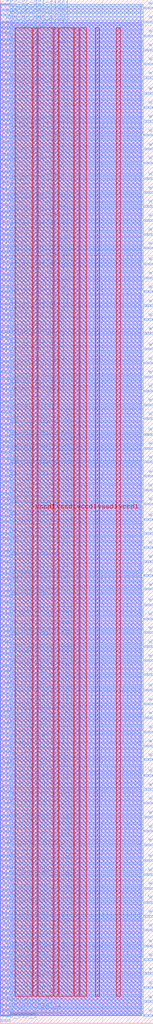
<source format=lef>
VERSION 5.7 ;
  NOWIREEXTENSIONATPIN ON ;
  DIVIDERCHAR "/" ;
  BUSBITCHARS "[]" ;
MACRO wb_ram_bus_mux
  CLASS BLOCK ;
  FOREIGN wb_ram_bus_mux ;
  ORIGIN 0.000 0.000 ;
  SIZE 60.000 BY 400.000 ;
  PIN vccd1
    DIRECTION INPUT ;
    USE POWER ;
    PORT
      LAYER met4 ;
        RECT 12.875 10.640 14.475 389.200 ;
    END
    PORT
      LAYER met4 ;
        RECT 29.195 10.640 30.795 389.200 ;
    END
    PORT
      LAYER met4 ;
        RECT 45.515 10.640 47.115 389.200 ;
    END
  END vccd1
  PIN vssd1
    DIRECTION INPUT ;
    USE GROUND ;
    PORT
      LAYER met4 ;
        RECT 21.035 10.640 22.635 389.200 ;
    END
    PORT
      LAYER met4 ;
        RECT 37.355 10.640 38.955 389.200 ;
    END
  END vssd1
  PIN wb_clk_i
    DIRECTION INPUT ;
    USE SIGNAL ;
    PORT
      LAYER met3 ;
        RECT 0.000 0.720 4.000 1.320 ;
    END
  END wb_clk_i
  PIN wb_rst_i
    DIRECTION INPUT ;
    USE SIGNAL ;
    PORT
      LAYER met3 ;
        RECT 0.000 2.760 4.000 3.360 ;
    END
  END wb_rst_i
  PIN wbs_hr_ack_i
    DIRECTION INPUT ;
    USE SIGNAL ;
    PORT
      LAYER met3 ;
        RECT 56.000 219.000 60.000 219.600 ;
    END
  END wbs_hr_ack_i
  PIN wbs_hr_cyc_o
    DIRECTION OUTPUT TRISTATE ;
    USE SIGNAL ;
    PORT
      LAYER met3 ;
        RECT 56.000 8.200 60.000 8.800 ;
    END
  END wbs_hr_cyc_o
  PIN wbs_hr_dat_i[0]
    DIRECTION INPUT ;
    USE SIGNAL ;
    PORT
      LAYER met3 ;
        RECT 56.000 224.440 60.000 225.040 ;
    END
  END wbs_hr_dat_i[0]
  PIN wbs_hr_dat_i[10]
    DIRECTION INPUT ;
    USE SIGNAL ;
    PORT
      LAYER met3 ;
        RECT 56.000 280.200 60.000 280.800 ;
    END
  END wbs_hr_dat_i[10]
  PIN wbs_hr_dat_i[11]
    DIRECTION INPUT ;
    USE SIGNAL ;
    PORT
      LAYER met3 ;
        RECT 56.000 285.640 60.000 286.240 ;
    END
  END wbs_hr_dat_i[11]
  PIN wbs_hr_dat_i[12]
    DIRECTION INPUT ;
    USE SIGNAL ;
    PORT
      LAYER met3 ;
        RECT 56.000 291.080 60.000 291.680 ;
    END
  END wbs_hr_dat_i[12]
  PIN wbs_hr_dat_i[13]
    DIRECTION INPUT ;
    USE SIGNAL ;
    PORT
      LAYER met3 ;
        RECT 56.000 296.520 60.000 297.120 ;
    END
  END wbs_hr_dat_i[13]
  PIN wbs_hr_dat_i[14]
    DIRECTION INPUT ;
    USE SIGNAL ;
    PORT
      LAYER met3 ;
        RECT 56.000 302.640 60.000 303.240 ;
    END
  END wbs_hr_dat_i[14]
  PIN wbs_hr_dat_i[15]
    DIRECTION INPUT ;
    USE SIGNAL ;
    PORT
      LAYER met3 ;
        RECT 56.000 308.080 60.000 308.680 ;
    END
  END wbs_hr_dat_i[15]
  PIN wbs_hr_dat_i[16]
    DIRECTION INPUT ;
    USE SIGNAL ;
    PORT
      LAYER met3 ;
        RECT 56.000 313.520 60.000 314.120 ;
    END
  END wbs_hr_dat_i[16]
  PIN wbs_hr_dat_i[17]
    DIRECTION INPUT ;
    USE SIGNAL ;
    PORT
      LAYER met3 ;
        RECT 56.000 318.960 60.000 319.560 ;
    END
  END wbs_hr_dat_i[17]
  PIN wbs_hr_dat_i[18]
    DIRECTION INPUT ;
    USE SIGNAL ;
    PORT
      LAYER met3 ;
        RECT 56.000 324.400 60.000 325.000 ;
    END
  END wbs_hr_dat_i[18]
  PIN wbs_hr_dat_i[19]
    DIRECTION INPUT ;
    USE SIGNAL ;
    PORT
      LAYER met3 ;
        RECT 56.000 329.840 60.000 330.440 ;
    END
  END wbs_hr_dat_i[19]
  PIN wbs_hr_dat_i[1]
    DIRECTION INPUT ;
    USE SIGNAL ;
    PORT
      LAYER met3 ;
        RECT 56.000 229.880 60.000 230.480 ;
    END
  END wbs_hr_dat_i[1]
  PIN wbs_hr_dat_i[20]
    DIRECTION INPUT ;
    USE SIGNAL ;
    PORT
      LAYER met3 ;
        RECT 56.000 335.960 60.000 336.560 ;
    END
  END wbs_hr_dat_i[20]
  PIN wbs_hr_dat_i[21]
    DIRECTION INPUT ;
    USE SIGNAL ;
    PORT
      LAYER met3 ;
        RECT 56.000 341.400 60.000 342.000 ;
    END
  END wbs_hr_dat_i[21]
  PIN wbs_hr_dat_i[22]
    DIRECTION INPUT ;
    USE SIGNAL ;
    PORT
      LAYER met3 ;
        RECT 56.000 346.840 60.000 347.440 ;
    END
  END wbs_hr_dat_i[22]
  PIN wbs_hr_dat_i[23]
    DIRECTION INPUT ;
    USE SIGNAL ;
    PORT
      LAYER met3 ;
        RECT 56.000 352.280 60.000 352.880 ;
    END
  END wbs_hr_dat_i[23]
  PIN wbs_hr_dat_i[24]
    DIRECTION INPUT ;
    USE SIGNAL ;
    PORT
      LAYER met3 ;
        RECT 56.000 357.720 60.000 358.320 ;
    END
  END wbs_hr_dat_i[24]
  PIN wbs_hr_dat_i[25]
    DIRECTION INPUT ;
    USE SIGNAL ;
    PORT
      LAYER met3 ;
        RECT 56.000 363.160 60.000 363.760 ;
    END
  END wbs_hr_dat_i[25]
  PIN wbs_hr_dat_i[26]
    DIRECTION INPUT ;
    USE SIGNAL ;
    PORT
      LAYER met3 ;
        RECT 56.000 369.280 60.000 369.880 ;
    END
  END wbs_hr_dat_i[26]
  PIN wbs_hr_dat_i[27]
    DIRECTION INPUT ;
    USE SIGNAL ;
    PORT
      LAYER met3 ;
        RECT 56.000 374.720 60.000 375.320 ;
    END
  END wbs_hr_dat_i[27]
  PIN wbs_hr_dat_i[28]
    DIRECTION INPUT ;
    USE SIGNAL ;
    PORT
      LAYER met3 ;
        RECT 56.000 380.160 60.000 380.760 ;
    END
  END wbs_hr_dat_i[28]
  PIN wbs_hr_dat_i[29]
    DIRECTION INPUT ;
    USE SIGNAL ;
    PORT
      LAYER met3 ;
        RECT 56.000 385.600 60.000 386.200 ;
    END
  END wbs_hr_dat_i[29]
  PIN wbs_hr_dat_i[2]
    DIRECTION INPUT ;
    USE SIGNAL ;
    PORT
      LAYER met3 ;
        RECT 56.000 236.000 60.000 236.600 ;
    END
  END wbs_hr_dat_i[2]
  PIN wbs_hr_dat_i[30]
    DIRECTION INPUT ;
    USE SIGNAL ;
    PORT
      LAYER met3 ;
        RECT 56.000 391.040 60.000 391.640 ;
    END
  END wbs_hr_dat_i[30]
  PIN wbs_hr_dat_i[31]
    DIRECTION INPUT ;
    USE SIGNAL ;
    PORT
      LAYER met3 ;
        RECT 56.000 396.480 60.000 397.080 ;
    END
  END wbs_hr_dat_i[31]
  PIN wbs_hr_dat_i[3]
    DIRECTION INPUT ;
    USE SIGNAL ;
    PORT
      LAYER met3 ;
        RECT 56.000 241.440 60.000 242.040 ;
    END
  END wbs_hr_dat_i[3]
  PIN wbs_hr_dat_i[4]
    DIRECTION INPUT ;
    USE SIGNAL ;
    PORT
      LAYER met3 ;
        RECT 56.000 246.880 60.000 247.480 ;
    END
  END wbs_hr_dat_i[4]
  PIN wbs_hr_dat_i[5]
    DIRECTION INPUT ;
    USE SIGNAL ;
    PORT
      LAYER met3 ;
        RECT 56.000 252.320 60.000 252.920 ;
    END
  END wbs_hr_dat_i[5]
  PIN wbs_hr_dat_i[6]
    DIRECTION INPUT ;
    USE SIGNAL ;
    PORT
      LAYER met3 ;
        RECT 56.000 257.760 60.000 258.360 ;
    END
  END wbs_hr_dat_i[6]
  PIN wbs_hr_dat_i[7]
    DIRECTION INPUT ;
    USE SIGNAL ;
    PORT
      LAYER met3 ;
        RECT 56.000 263.200 60.000 263.800 ;
    END
  END wbs_hr_dat_i[7]
  PIN wbs_hr_dat_i[8]
    DIRECTION INPUT ;
    USE SIGNAL ;
    PORT
      LAYER met3 ;
        RECT 56.000 269.320 60.000 269.920 ;
    END
  END wbs_hr_dat_i[8]
  PIN wbs_hr_dat_i[9]
    DIRECTION INPUT ;
    USE SIGNAL ;
    PORT
      LAYER met3 ;
        RECT 56.000 274.760 60.000 275.360 ;
    END
  END wbs_hr_dat_i[9]
  PIN wbs_hr_dat_o[0]
    DIRECTION OUTPUT TRISTATE ;
    USE SIGNAL ;
    PORT
      LAYER met3 ;
        RECT 56.000 41.520 60.000 42.120 ;
    END
  END wbs_hr_dat_o[0]
  PIN wbs_hr_dat_o[10]
    DIRECTION OUTPUT TRISTATE ;
    USE SIGNAL ;
    PORT
      LAYER met3 ;
        RECT 56.000 96.600 60.000 97.200 ;
    END
  END wbs_hr_dat_o[10]
  PIN wbs_hr_dat_o[11]
    DIRECTION OUTPUT TRISTATE ;
    USE SIGNAL ;
    PORT
      LAYER met3 ;
        RECT 56.000 102.720 60.000 103.320 ;
    END
  END wbs_hr_dat_o[11]
  PIN wbs_hr_dat_o[12]
    DIRECTION OUTPUT TRISTATE ;
    USE SIGNAL ;
    PORT
      LAYER met3 ;
        RECT 56.000 108.160 60.000 108.760 ;
    END
  END wbs_hr_dat_o[12]
  PIN wbs_hr_dat_o[13]
    DIRECTION OUTPUT TRISTATE ;
    USE SIGNAL ;
    PORT
      LAYER met3 ;
        RECT 56.000 113.600 60.000 114.200 ;
    END
  END wbs_hr_dat_o[13]
  PIN wbs_hr_dat_o[14]
    DIRECTION OUTPUT TRISTATE ;
    USE SIGNAL ;
    PORT
      LAYER met3 ;
        RECT 56.000 119.040 60.000 119.640 ;
    END
  END wbs_hr_dat_o[14]
  PIN wbs_hr_dat_o[15]
    DIRECTION OUTPUT TRISTATE ;
    USE SIGNAL ;
    PORT
      LAYER met3 ;
        RECT 56.000 124.480 60.000 125.080 ;
    END
  END wbs_hr_dat_o[15]
  PIN wbs_hr_dat_o[16]
    DIRECTION OUTPUT TRISTATE ;
    USE SIGNAL ;
    PORT
      LAYER met3 ;
        RECT 56.000 129.920 60.000 130.520 ;
    END
  END wbs_hr_dat_o[16]
  PIN wbs_hr_dat_o[17]
    DIRECTION OUTPUT TRISTATE ;
    USE SIGNAL ;
    PORT
      LAYER met3 ;
        RECT 56.000 136.040 60.000 136.640 ;
    END
  END wbs_hr_dat_o[17]
  PIN wbs_hr_dat_o[18]
    DIRECTION OUTPUT TRISTATE ;
    USE SIGNAL ;
    PORT
      LAYER met3 ;
        RECT 56.000 141.480 60.000 142.080 ;
    END
  END wbs_hr_dat_o[18]
  PIN wbs_hr_dat_o[19]
    DIRECTION OUTPUT TRISTATE ;
    USE SIGNAL ;
    PORT
      LAYER met3 ;
        RECT 56.000 146.920 60.000 147.520 ;
    END
  END wbs_hr_dat_o[19]
  PIN wbs_hr_dat_o[1]
    DIRECTION OUTPUT TRISTATE ;
    USE SIGNAL ;
    PORT
      LAYER met3 ;
        RECT 56.000 46.960 60.000 47.560 ;
    END
  END wbs_hr_dat_o[1]
  PIN wbs_hr_dat_o[20]
    DIRECTION OUTPUT TRISTATE ;
    USE SIGNAL ;
    PORT
      LAYER met3 ;
        RECT 56.000 152.360 60.000 152.960 ;
    END
  END wbs_hr_dat_o[20]
  PIN wbs_hr_dat_o[21]
    DIRECTION OUTPUT TRISTATE ;
    USE SIGNAL ;
    PORT
      LAYER met3 ;
        RECT 56.000 157.800 60.000 158.400 ;
    END
  END wbs_hr_dat_o[21]
  PIN wbs_hr_dat_o[22]
    DIRECTION OUTPUT TRISTATE ;
    USE SIGNAL ;
    PORT
      LAYER met3 ;
        RECT 56.000 163.240 60.000 163.840 ;
    END
  END wbs_hr_dat_o[22]
  PIN wbs_hr_dat_o[23]
    DIRECTION OUTPUT TRISTATE ;
    USE SIGNAL ;
    PORT
      LAYER met3 ;
        RECT 56.000 169.360 60.000 169.960 ;
    END
  END wbs_hr_dat_o[23]
  PIN wbs_hr_dat_o[24]
    DIRECTION OUTPUT TRISTATE ;
    USE SIGNAL ;
    PORT
      LAYER met3 ;
        RECT 56.000 174.800 60.000 175.400 ;
    END
  END wbs_hr_dat_o[24]
  PIN wbs_hr_dat_o[25]
    DIRECTION OUTPUT TRISTATE ;
    USE SIGNAL ;
    PORT
      LAYER met3 ;
        RECT 56.000 180.240 60.000 180.840 ;
    END
  END wbs_hr_dat_o[25]
  PIN wbs_hr_dat_o[26]
    DIRECTION OUTPUT TRISTATE ;
    USE SIGNAL ;
    PORT
      LAYER met3 ;
        RECT 56.000 185.680 60.000 186.280 ;
    END
  END wbs_hr_dat_o[26]
  PIN wbs_hr_dat_o[27]
    DIRECTION OUTPUT TRISTATE ;
    USE SIGNAL ;
    PORT
      LAYER met3 ;
        RECT 56.000 191.120 60.000 191.720 ;
    END
  END wbs_hr_dat_o[27]
  PIN wbs_hr_dat_o[28]
    DIRECTION OUTPUT TRISTATE ;
    USE SIGNAL ;
    PORT
      LAYER met3 ;
        RECT 56.000 196.560 60.000 197.160 ;
    END
  END wbs_hr_dat_o[28]
  PIN wbs_hr_dat_o[29]
    DIRECTION OUTPUT TRISTATE ;
    USE SIGNAL ;
    PORT
      LAYER met3 ;
        RECT 56.000 202.680 60.000 203.280 ;
    END
  END wbs_hr_dat_o[29]
  PIN wbs_hr_dat_o[2]
    DIRECTION OUTPUT TRISTATE ;
    USE SIGNAL ;
    PORT
      LAYER met3 ;
        RECT 56.000 52.400 60.000 53.000 ;
    END
  END wbs_hr_dat_o[2]
  PIN wbs_hr_dat_o[30]
    DIRECTION OUTPUT TRISTATE ;
    USE SIGNAL ;
    PORT
      LAYER met3 ;
        RECT 56.000 208.120 60.000 208.720 ;
    END
  END wbs_hr_dat_o[30]
  PIN wbs_hr_dat_o[31]
    DIRECTION OUTPUT TRISTATE ;
    USE SIGNAL ;
    PORT
      LAYER met3 ;
        RECT 56.000 213.560 60.000 214.160 ;
    END
  END wbs_hr_dat_o[31]
  PIN wbs_hr_dat_o[3]
    DIRECTION OUTPUT TRISTATE ;
    USE SIGNAL ;
    PORT
      LAYER met3 ;
        RECT 56.000 57.840 60.000 58.440 ;
    END
  END wbs_hr_dat_o[3]
  PIN wbs_hr_dat_o[4]
    DIRECTION OUTPUT TRISTATE ;
    USE SIGNAL ;
    PORT
      LAYER met3 ;
        RECT 56.000 63.280 60.000 63.880 ;
    END
  END wbs_hr_dat_o[4]
  PIN wbs_hr_dat_o[5]
    DIRECTION OUTPUT TRISTATE ;
    USE SIGNAL ;
    PORT
      LAYER met3 ;
        RECT 56.000 69.400 60.000 70.000 ;
    END
  END wbs_hr_dat_o[5]
  PIN wbs_hr_dat_o[6]
    DIRECTION OUTPUT TRISTATE ;
    USE SIGNAL ;
    PORT
      LAYER met3 ;
        RECT 56.000 74.840 60.000 75.440 ;
    END
  END wbs_hr_dat_o[6]
  PIN wbs_hr_dat_o[7]
    DIRECTION OUTPUT TRISTATE ;
    USE SIGNAL ;
    PORT
      LAYER met3 ;
        RECT 56.000 80.280 60.000 80.880 ;
    END
  END wbs_hr_dat_o[7]
  PIN wbs_hr_dat_o[8]
    DIRECTION OUTPUT TRISTATE ;
    USE SIGNAL ;
    PORT
      LAYER met3 ;
        RECT 56.000 85.720 60.000 86.320 ;
    END
  END wbs_hr_dat_o[8]
  PIN wbs_hr_dat_o[9]
    DIRECTION OUTPUT TRISTATE ;
    USE SIGNAL ;
    PORT
      LAYER met3 ;
        RECT 56.000 91.160 60.000 91.760 ;
    END
  END wbs_hr_dat_o[9]
  PIN wbs_hr_sel_o[0]
    DIRECTION OUTPUT TRISTATE ;
    USE SIGNAL ;
    PORT
      LAYER met3 ;
        RECT 56.000 19.080 60.000 19.680 ;
    END
  END wbs_hr_sel_o[0]
  PIN wbs_hr_sel_o[1]
    DIRECTION OUTPUT TRISTATE ;
    USE SIGNAL ;
    PORT
      LAYER met3 ;
        RECT 56.000 24.520 60.000 25.120 ;
    END
  END wbs_hr_sel_o[1]
  PIN wbs_hr_sel_o[2]
    DIRECTION OUTPUT TRISTATE ;
    USE SIGNAL ;
    PORT
      LAYER met3 ;
        RECT 56.000 29.960 60.000 30.560 ;
    END
  END wbs_hr_sel_o[2]
  PIN wbs_hr_sel_o[3]
    DIRECTION OUTPUT TRISTATE ;
    USE SIGNAL ;
    PORT
      LAYER met3 ;
        RECT 56.000 36.080 60.000 36.680 ;
    END
  END wbs_hr_sel_o[3]
  PIN wbs_hr_stb_o
    DIRECTION OUTPUT TRISTATE ;
    USE SIGNAL ;
    PORT
      LAYER met3 ;
        RECT 56.000 2.760 60.000 3.360 ;
    END
  END wbs_hr_stb_o
  PIN wbs_hr_we_o
    DIRECTION OUTPUT TRISTATE ;
    USE SIGNAL ;
    PORT
      LAYER met3 ;
        RECT 56.000 13.640 60.000 14.240 ;
    END
  END wbs_hr_we_o
  PIN wbs_or_ack_i
    DIRECTION INPUT ;
    USE SIGNAL ;
    PORT
      LAYER met3 ;
        RECT 0.000 325.760 4.000 326.360 ;
    END
  END wbs_or_ack_i
  PIN wbs_or_cyc_o
    DIRECTION OUTPUT TRISTATE ;
    USE SIGNAL ;
    PORT
      LAYER met3 ;
        RECT 0.000 240.760 4.000 241.360 ;
    END
  END wbs_or_cyc_o
  PIN wbs_or_dat_i[0]
    DIRECTION INPUT ;
    USE SIGNAL ;
    PORT
      LAYER met3 ;
        RECT 0.000 328.480 4.000 329.080 ;
    END
  END wbs_or_dat_i[0]
  PIN wbs_or_dat_i[10]
    DIRECTION INPUT ;
    USE SIGNAL ;
    PORT
      LAYER met3 ;
        RECT 0.000 350.920 4.000 351.520 ;
    END
  END wbs_or_dat_i[10]
  PIN wbs_or_dat_i[11]
    DIRECTION INPUT ;
    USE SIGNAL ;
    PORT
      LAYER met3 ;
        RECT 0.000 352.960 4.000 353.560 ;
    END
  END wbs_or_dat_i[11]
  PIN wbs_or_dat_i[12]
    DIRECTION INPUT ;
    USE SIGNAL ;
    PORT
      LAYER met3 ;
        RECT 0.000 355.000 4.000 355.600 ;
    END
  END wbs_or_dat_i[12]
  PIN wbs_or_dat_i[13]
    DIRECTION INPUT ;
    USE SIGNAL ;
    PORT
      LAYER met3 ;
        RECT 0.000 357.720 4.000 358.320 ;
    END
  END wbs_or_dat_i[13]
  PIN wbs_or_dat_i[14]
    DIRECTION INPUT ;
    USE SIGNAL ;
    PORT
      LAYER met3 ;
        RECT 0.000 359.760 4.000 360.360 ;
    END
  END wbs_or_dat_i[14]
  PIN wbs_or_dat_i[15]
    DIRECTION INPUT ;
    USE SIGNAL ;
    PORT
      LAYER met3 ;
        RECT 0.000 361.800 4.000 362.400 ;
    END
  END wbs_or_dat_i[15]
  PIN wbs_or_dat_i[16]
    DIRECTION INPUT ;
    USE SIGNAL ;
    PORT
      LAYER met3 ;
        RECT 0.000 364.520 4.000 365.120 ;
    END
  END wbs_or_dat_i[16]
  PIN wbs_or_dat_i[17]
    DIRECTION INPUT ;
    USE SIGNAL ;
    PORT
      LAYER met3 ;
        RECT 0.000 366.560 4.000 367.160 ;
    END
  END wbs_or_dat_i[17]
  PIN wbs_or_dat_i[18]
    DIRECTION INPUT ;
    USE SIGNAL ;
    PORT
      LAYER met3 ;
        RECT 0.000 368.600 4.000 369.200 ;
    END
  END wbs_or_dat_i[18]
  PIN wbs_or_dat_i[19]
    DIRECTION INPUT ;
    USE SIGNAL ;
    PORT
      LAYER met3 ;
        RECT 0.000 371.320 4.000 371.920 ;
    END
  END wbs_or_dat_i[19]
  PIN wbs_or_dat_i[1]
    DIRECTION INPUT ;
    USE SIGNAL ;
    PORT
      LAYER met3 ;
        RECT 0.000 330.520 4.000 331.120 ;
    END
  END wbs_or_dat_i[1]
  PIN wbs_or_dat_i[20]
    DIRECTION INPUT ;
    USE SIGNAL ;
    PORT
      LAYER met3 ;
        RECT 0.000 373.360 4.000 373.960 ;
    END
  END wbs_or_dat_i[20]
  PIN wbs_or_dat_i[21]
    DIRECTION INPUT ;
    USE SIGNAL ;
    PORT
      LAYER met3 ;
        RECT 0.000 375.400 4.000 376.000 ;
    END
  END wbs_or_dat_i[21]
  PIN wbs_or_dat_i[22]
    DIRECTION INPUT ;
    USE SIGNAL ;
    PORT
      LAYER met3 ;
        RECT 0.000 377.440 4.000 378.040 ;
    END
  END wbs_or_dat_i[22]
  PIN wbs_or_dat_i[23]
    DIRECTION INPUT ;
    USE SIGNAL ;
    PORT
      LAYER met3 ;
        RECT 0.000 380.160 4.000 380.760 ;
    END
  END wbs_or_dat_i[23]
  PIN wbs_or_dat_i[24]
    DIRECTION INPUT ;
    USE SIGNAL ;
    PORT
      LAYER met3 ;
        RECT 0.000 382.200 4.000 382.800 ;
    END
  END wbs_or_dat_i[24]
  PIN wbs_or_dat_i[25]
    DIRECTION INPUT ;
    USE SIGNAL ;
    PORT
      LAYER met3 ;
        RECT 0.000 384.240 4.000 384.840 ;
    END
  END wbs_or_dat_i[25]
  PIN wbs_or_dat_i[26]
    DIRECTION INPUT ;
    USE SIGNAL ;
    PORT
      LAYER met3 ;
        RECT 0.000 386.960 4.000 387.560 ;
    END
  END wbs_or_dat_i[26]
  PIN wbs_or_dat_i[27]
    DIRECTION INPUT ;
    USE SIGNAL ;
    PORT
      LAYER met3 ;
        RECT 0.000 389.000 4.000 389.600 ;
    END
  END wbs_or_dat_i[27]
  PIN wbs_or_dat_i[28]
    DIRECTION INPUT ;
    USE SIGNAL ;
    PORT
      LAYER met3 ;
        RECT 0.000 391.040 4.000 391.640 ;
    END
  END wbs_or_dat_i[28]
  PIN wbs_or_dat_i[29]
    DIRECTION INPUT ;
    USE SIGNAL ;
    PORT
      LAYER met3 ;
        RECT 0.000 393.760 4.000 394.360 ;
    END
  END wbs_or_dat_i[29]
  PIN wbs_or_dat_i[2]
    DIRECTION INPUT ;
    USE SIGNAL ;
    PORT
      LAYER met3 ;
        RECT 0.000 332.560 4.000 333.160 ;
    END
  END wbs_or_dat_i[2]
  PIN wbs_or_dat_i[30]
    DIRECTION INPUT ;
    USE SIGNAL ;
    PORT
      LAYER met3 ;
        RECT 0.000 395.800 4.000 396.400 ;
    END
  END wbs_or_dat_i[30]
  PIN wbs_or_dat_i[31]
    DIRECTION INPUT ;
    USE SIGNAL ;
    PORT
      LAYER met3 ;
        RECT 0.000 397.840 4.000 398.440 ;
    END
  END wbs_or_dat_i[31]
  PIN wbs_or_dat_i[3]
    DIRECTION INPUT ;
    USE SIGNAL ;
    PORT
      LAYER met3 ;
        RECT 0.000 335.280 4.000 335.880 ;
    END
  END wbs_or_dat_i[3]
  PIN wbs_or_dat_i[4]
    DIRECTION INPUT ;
    USE SIGNAL ;
    PORT
      LAYER met3 ;
        RECT 0.000 337.320 4.000 337.920 ;
    END
  END wbs_or_dat_i[4]
  PIN wbs_or_dat_i[5]
    DIRECTION INPUT ;
    USE SIGNAL ;
    PORT
      LAYER met3 ;
        RECT 0.000 339.360 4.000 339.960 ;
    END
  END wbs_or_dat_i[5]
  PIN wbs_or_dat_i[6]
    DIRECTION INPUT ;
    USE SIGNAL ;
    PORT
      LAYER met3 ;
        RECT 0.000 342.080 4.000 342.680 ;
    END
  END wbs_or_dat_i[6]
  PIN wbs_or_dat_i[7]
    DIRECTION INPUT ;
    USE SIGNAL ;
    PORT
      LAYER met3 ;
        RECT 0.000 344.120 4.000 344.720 ;
    END
  END wbs_or_dat_i[7]
  PIN wbs_or_dat_i[8]
    DIRECTION INPUT ;
    USE SIGNAL ;
    PORT
      LAYER met3 ;
        RECT 0.000 346.160 4.000 346.760 ;
    END
  END wbs_or_dat_i[8]
  PIN wbs_or_dat_i[9]
    DIRECTION INPUT ;
    USE SIGNAL ;
    PORT
      LAYER met3 ;
        RECT 0.000 348.880 4.000 349.480 ;
    END
  END wbs_or_dat_i[9]
  PIN wbs_or_dat_o[0]
    DIRECTION OUTPUT TRISTATE ;
    USE SIGNAL ;
    PORT
      LAYER met3 ;
        RECT 0.000 254.360 4.000 254.960 ;
    END
  END wbs_or_dat_o[0]
  PIN wbs_or_dat_o[10]
    DIRECTION OUTPUT TRISTATE ;
    USE SIGNAL ;
    PORT
      LAYER met3 ;
        RECT 0.000 276.800 4.000 277.400 ;
    END
  END wbs_or_dat_o[10]
  PIN wbs_or_dat_o[11]
    DIRECTION OUTPUT TRISTATE ;
    USE SIGNAL ;
    PORT
      LAYER met3 ;
        RECT 0.000 278.840 4.000 279.440 ;
    END
  END wbs_or_dat_o[11]
  PIN wbs_or_dat_o[12]
    DIRECTION OUTPUT TRISTATE ;
    USE SIGNAL ;
    PORT
      LAYER met3 ;
        RECT 0.000 280.880 4.000 281.480 ;
    END
  END wbs_or_dat_o[12]
  PIN wbs_or_dat_o[13]
    DIRECTION OUTPUT TRISTATE ;
    USE SIGNAL ;
    PORT
      LAYER met3 ;
        RECT 0.000 283.600 4.000 284.200 ;
    END
  END wbs_or_dat_o[13]
  PIN wbs_or_dat_o[14]
    DIRECTION OUTPUT TRISTATE ;
    USE SIGNAL ;
    PORT
      LAYER met3 ;
        RECT 0.000 285.640 4.000 286.240 ;
    END
  END wbs_or_dat_o[14]
  PIN wbs_or_dat_o[15]
    DIRECTION OUTPUT TRISTATE ;
    USE SIGNAL ;
    PORT
      LAYER met3 ;
        RECT 0.000 287.680 4.000 288.280 ;
    END
  END wbs_or_dat_o[15]
  PIN wbs_or_dat_o[16]
    DIRECTION OUTPUT TRISTATE ;
    USE SIGNAL ;
    PORT
      LAYER met3 ;
        RECT 0.000 290.400 4.000 291.000 ;
    END
  END wbs_or_dat_o[16]
  PIN wbs_or_dat_o[17]
    DIRECTION OUTPUT TRISTATE ;
    USE SIGNAL ;
    PORT
      LAYER met3 ;
        RECT 0.000 292.440 4.000 293.040 ;
    END
  END wbs_or_dat_o[17]
  PIN wbs_or_dat_o[18]
    DIRECTION OUTPUT TRISTATE ;
    USE SIGNAL ;
    PORT
      LAYER met3 ;
        RECT 0.000 294.480 4.000 295.080 ;
    END
  END wbs_or_dat_o[18]
  PIN wbs_or_dat_o[19]
    DIRECTION OUTPUT TRISTATE ;
    USE SIGNAL ;
    PORT
      LAYER met3 ;
        RECT 0.000 297.200 4.000 297.800 ;
    END
  END wbs_or_dat_o[19]
  PIN wbs_or_dat_o[1]
    DIRECTION OUTPUT TRISTATE ;
    USE SIGNAL ;
    PORT
      LAYER met3 ;
        RECT 0.000 256.400 4.000 257.000 ;
    END
  END wbs_or_dat_o[1]
  PIN wbs_or_dat_o[20]
    DIRECTION OUTPUT TRISTATE ;
    USE SIGNAL ;
    PORT
      LAYER met3 ;
        RECT 0.000 299.240 4.000 299.840 ;
    END
  END wbs_or_dat_o[20]
  PIN wbs_or_dat_o[21]
    DIRECTION OUTPUT TRISTATE ;
    USE SIGNAL ;
    PORT
      LAYER met3 ;
        RECT 0.000 301.280 4.000 301.880 ;
    END
  END wbs_or_dat_o[21]
  PIN wbs_or_dat_o[22]
    DIRECTION OUTPUT TRISTATE ;
    USE SIGNAL ;
    PORT
      LAYER met3 ;
        RECT 0.000 303.320 4.000 303.920 ;
    END
  END wbs_or_dat_o[22]
  PIN wbs_or_dat_o[23]
    DIRECTION OUTPUT TRISTATE ;
    USE SIGNAL ;
    PORT
      LAYER met3 ;
        RECT 0.000 306.040 4.000 306.640 ;
    END
  END wbs_or_dat_o[23]
  PIN wbs_or_dat_o[24]
    DIRECTION OUTPUT TRISTATE ;
    USE SIGNAL ;
    PORT
      LAYER met3 ;
        RECT 0.000 308.080 4.000 308.680 ;
    END
  END wbs_or_dat_o[24]
  PIN wbs_or_dat_o[25]
    DIRECTION OUTPUT TRISTATE ;
    USE SIGNAL ;
    PORT
      LAYER met3 ;
        RECT 0.000 310.120 4.000 310.720 ;
    END
  END wbs_or_dat_o[25]
  PIN wbs_or_dat_o[26]
    DIRECTION OUTPUT TRISTATE ;
    USE SIGNAL ;
    PORT
      LAYER met3 ;
        RECT 0.000 312.840 4.000 313.440 ;
    END
  END wbs_or_dat_o[26]
  PIN wbs_or_dat_o[27]
    DIRECTION OUTPUT TRISTATE ;
    USE SIGNAL ;
    PORT
      LAYER met3 ;
        RECT 0.000 314.880 4.000 315.480 ;
    END
  END wbs_or_dat_o[27]
  PIN wbs_or_dat_o[28]
    DIRECTION OUTPUT TRISTATE ;
    USE SIGNAL ;
    PORT
      LAYER met3 ;
        RECT 0.000 316.920 4.000 317.520 ;
    END
  END wbs_or_dat_o[28]
  PIN wbs_or_dat_o[29]
    DIRECTION OUTPUT TRISTATE ;
    USE SIGNAL ;
    PORT
      LAYER met3 ;
        RECT 0.000 319.640 4.000 320.240 ;
    END
  END wbs_or_dat_o[29]
  PIN wbs_or_dat_o[2]
    DIRECTION OUTPUT TRISTATE ;
    USE SIGNAL ;
    PORT
      LAYER met3 ;
        RECT 0.000 258.440 4.000 259.040 ;
    END
  END wbs_or_dat_o[2]
  PIN wbs_or_dat_o[30]
    DIRECTION OUTPUT TRISTATE ;
    USE SIGNAL ;
    PORT
      LAYER met3 ;
        RECT 0.000 321.680 4.000 322.280 ;
    END
  END wbs_or_dat_o[30]
  PIN wbs_or_dat_o[31]
    DIRECTION OUTPUT TRISTATE ;
    USE SIGNAL ;
    PORT
      LAYER met3 ;
        RECT 0.000 323.720 4.000 324.320 ;
    END
  END wbs_or_dat_o[31]
  PIN wbs_or_dat_o[3]
    DIRECTION OUTPUT TRISTATE ;
    USE SIGNAL ;
    PORT
      LAYER met3 ;
        RECT 0.000 261.160 4.000 261.760 ;
    END
  END wbs_or_dat_o[3]
  PIN wbs_or_dat_o[4]
    DIRECTION OUTPUT TRISTATE ;
    USE SIGNAL ;
    PORT
      LAYER met3 ;
        RECT 0.000 263.200 4.000 263.800 ;
    END
  END wbs_or_dat_o[4]
  PIN wbs_or_dat_o[5]
    DIRECTION OUTPUT TRISTATE ;
    USE SIGNAL ;
    PORT
      LAYER met3 ;
        RECT 0.000 265.240 4.000 265.840 ;
    END
  END wbs_or_dat_o[5]
  PIN wbs_or_dat_o[6]
    DIRECTION OUTPUT TRISTATE ;
    USE SIGNAL ;
    PORT
      LAYER met3 ;
        RECT 0.000 267.960 4.000 268.560 ;
    END
  END wbs_or_dat_o[6]
  PIN wbs_or_dat_o[7]
    DIRECTION OUTPUT TRISTATE ;
    USE SIGNAL ;
    PORT
      LAYER met3 ;
        RECT 0.000 270.000 4.000 270.600 ;
    END
  END wbs_or_dat_o[7]
  PIN wbs_or_dat_o[8]
    DIRECTION OUTPUT TRISTATE ;
    USE SIGNAL ;
    PORT
      LAYER met3 ;
        RECT 0.000 272.040 4.000 272.640 ;
    END
  END wbs_or_dat_o[8]
  PIN wbs_or_dat_o[9]
    DIRECTION OUTPUT TRISTATE ;
    USE SIGNAL ;
    PORT
      LAYER met3 ;
        RECT 0.000 274.760 4.000 275.360 ;
    END
  END wbs_or_dat_o[9]
  PIN wbs_or_sel_o[0]
    DIRECTION OUTPUT TRISTATE ;
    USE SIGNAL ;
    PORT
      LAYER met3 ;
        RECT 0.000 245.520 4.000 246.120 ;
    END
  END wbs_or_sel_o[0]
  PIN wbs_or_sel_o[1]
    DIRECTION OUTPUT TRISTATE ;
    USE SIGNAL ;
    PORT
      LAYER met3 ;
        RECT 0.000 247.560 4.000 248.160 ;
    END
  END wbs_or_sel_o[1]
  PIN wbs_or_sel_o[2]
    DIRECTION OUTPUT TRISTATE ;
    USE SIGNAL ;
    PORT
      LAYER met3 ;
        RECT 0.000 249.600 4.000 250.200 ;
    END
  END wbs_or_sel_o[2]
  PIN wbs_or_sel_o[3]
    DIRECTION OUTPUT TRISTATE ;
    USE SIGNAL ;
    PORT
      LAYER met3 ;
        RECT 0.000 251.640 4.000 252.240 ;
    END
  END wbs_or_sel_o[3]
  PIN wbs_or_stb_o
    DIRECTION OUTPUT TRISTATE ;
    USE SIGNAL ;
    PORT
      LAYER met3 ;
        RECT 0.000 238.720 4.000 239.320 ;
    END
  END wbs_or_stb_o
  PIN wbs_or_we_o
    DIRECTION OUTPUT TRISTATE ;
    USE SIGNAL ;
    PORT
      LAYER met3 ;
        RECT 0.000 242.800 4.000 243.400 ;
    END
  END wbs_or_we_o
  PIN wbs_ufp_ack_o
    DIRECTION OUTPUT TRISTATE ;
    USE SIGNAL ;
    PORT
      LAYER met3 ;
        RECT 0.000 164.600 4.000 165.200 ;
    END
  END wbs_ufp_ack_o
  PIN wbs_ufp_adr_i[0]
    DIRECTION INPUT ;
    USE SIGNAL ;
    PORT
      LAYER met3 ;
        RECT 0.000 20.440 4.000 21.040 ;
    END
  END wbs_ufp_adr_i[0]
  PIN wbs_ufp_adr_i[10]
    DIRECTION INPUT ;
    USE SIGNAL ;
    PORT
      LAYER met3 ;
        RECT 0.000 42.880 4.000 43.480 ;
    END
  END wbs_ufp_adr_i[10]
  PIN wbs_ufp_adr_i[11]
    DIRECTION INPUT ;
    USE SIGNAL ;
    PORT
      LAYER met3 ;
        RECT 0.000 45.600 4.000 46.200 ;
    END
  END wbs_ufp_adr_i[11]
  PIN wbs_ufp_adr_i[12]
    DIRECTION INPUT ;
    USE SIGNAL ;
    PORT
      LAYER met3 ;
        RECT 0.000 47.640 4.000 48.240 ;
    END
  END wbs_ufp_adr_i[12]
  PIN wbs_ufp_adr_i[13]
    DIRECTION INPUT ;
    USE SIGNAL ;
    PORT
      LAYER met3 ;
        RECT 0.000 49.680 4.000 50.280 ;
    END
  END wbs_ufp_adr_i[13]
  PIN wbs_ufp_adr_i[14]
    DIRECTION INPUT ;
    USE SIGNAL ;
    PORT
      LAYER met3 ;
        RECT 0.000 51.720 4.000 52.320 ;
    END
  END wbs_ufp_adr_i[14]
  PIN wbs_ufp_adr_i[15]
    DIRECTION INPUT ;
    USE SIGNAL ;
    PORT
      LAYER met3 ;
        RECT 0.000 54.440 4.000 55.040 ;
    END
  END wbs_ufp_adr_i[15]
  PIN wbs_ufp_adr_i[16]
    DIRECTION INPUT ;
    USE SIGNAL ;
    PORT
      LAYER met3 ;
        RECT 0.000 56.480 4.000 57.080 ;
    END
  END wbs_ufp_adr_i[16]
  PIN wbs_ufp_adr_i[17]
    DIRECTION INPUT ;
    USE SIGNAL ;
    PORT
      LAYER met3 ;
        RECT 0.000 58.520 4.000 59.120 ;
    END
  END wbs_ufp_adr_i[17]
  PIN wbs_ufp_adr_i[18]
    DIRECTION INPUT ;
    USE SIGNAL ;
    PORT
      LAYER met3 ;
        RECT 0.000 61.240 4.000 61.840 ;
    END
  END wbs_ufp_adr_i[18]
  PIN wbs_ufp_adr_i[19]
    DIRECTION INPUT ;
    USE SIGNAL ;
    PORT
      LAYER met3 ;
        RECT 0.000 63.280 4.000 63.880 ;
    END
  END wbs_ufp_adr_i[19]
  PIN wbs_ufp_adr_i[1]
    DIRECTION INPUT ;
    USE SIGNAL ;
    PORT
      LAYER met3 ;
        RECT 0.000 23.160 4.000 23.760 ;
    END
  END wbs_ufp_adr_i[1]
  PIN wbs_ufp_adr_i[20]
    DIRECTION INPUT ;
    USE SIGNAL ;
    PORT
      LAYER met3 ;
        RECT 0.000 65.320 4.000 65.920 ;
    END
  END wbs_ufp_adr_i[20]
  PIN wbs_ufp_adr_i[21]
    DIRECTION INPUT ;
    USE SIGNAL ;
    PORT
      LAYER met3 ;
        RECT 0.000 68.040 4.000 68.640 ;
    END
  END wbs_ufp_adr_i[21]
  PIN wbs_ufp_adr_i[22]
    DIRECTION INPUT ;
    USE SIGNAL ;
    PORT
      LAYER met3 ;
        RECT 0.000 70.080 4.000 70.680 ;
    END
  END wbs_ufp_adr_i[22]
  PIN wbs_ufp_adr_i[23]
    DIRECTION INPUT ;
    USE SIGNAL ;
    PORT
      LAYER met3 ;
        RECT 0.000 72.120 4.000 72.720 ;
    END
  END wbs_ufp_adr_i[23]
  PIN wbs_ufp_adr_i[24]
    DIRECTION INPUT ;
    USE SIGNAL ;
    PORT
      LAYER met3 ;
        RECT 0.000 74.840 4.000 75.440 ;
    END
  END wbs_ufp_adr_i[24]
  PIN wbs_ufp_adr_i[25]
    DIRECTION INPUT ;
    USE SIGNAL ;
    PORT
      LAYER met3 ;
        RECT 0.000 76.880 4.000 77.480 ;
    END
  END wbs_ufp_adr_i[25]
  PIN wbs_ufp_adr_i[26]
    DIRECTION INPUT ;
    USE SIGNAL ;
    PORT
      LAYER met3 ;
        RECT 0.000 78.920 4.000 79.520 ;
    END
  END wbs_ufp_adr_i[26]
  PIN wbs_ufp_adr_i[27]
    DIRECTION INPUT ;
    USE SIGNAL ;
    PORT
      LAYER met3 ;
        RECT 0.000 80.960 4.000 81.560 ;
    END
  END wbs_ufp_adr_i[27]
  PIN wbs_ufp_adr_i[28]
    DIRECTION INPUT ;
    USE SIGNAL ;
    PORT
      LAYER met3 ;
        RECT 0.000 83.680 4.000 84.280 ;
    END
  END wbs_ufp_adr_i[28]
  PIN wbs_ufp_adr_i[29]
    DIRECTION INPUT ;
    USE SIGNAL ;
    PORT
      LAYER met3 ;
        RECT 0.000 85.720 4.000 86.320 ;
    END
  END wbs_ufp_adr_i[29]
  PIN wbs_ufp_adr_i[2]
    DIRECTION INPUT ;
    USE SIGNAL ;
    PORT
      LAYER met3 ;
        RECT 0.000 25.200 4.000 25.800 ;
    END
  END wbs_ufp_adr_i[2]
  PIN wbs_ufp_adr_i[30]
    DIRECTION INPUT ;
    USE SIGNAL ;
    PORT
      LAYER met3 ;
        RECT 0.000 87.760 4.000 88.360 ;
    END
  END wbs_ufp_adr_i[30]
  PIN wbs_ufp_adr_i[31]
    DIRECTION INPUT ;
    USE SIGNAL ;
    PORT
      LAYER met3 ;
        RECT 0.000 90.480 4.000 91.080 ;
    END
  END wbs_ufp_adr_i[31]
  PIN wbs_ufp_adr_i[3]
    DIRECTION INPUT ;
    USE SIGNAL ;
    PORT
      LAYER met3 ;
        RECT 0.000 27.240 4.000 27.840 ;
    END
  END wbs_ufp_adr_i[3]
  PIN wbs_ufp_adr_i[4]
    DIRECTION INPUT ;
    USE SIGNAL ;
    PORT
      LAYER met3 ;
        RECT 0.000 29.280 4.000 29.880 ;
    END
  END wbs_ufp_adr_i[4]
  PIN wbs_ufp_adr_i[5]
    DIRECTION INPUT ;
    USE SIGNAL ;
    PORT
      LAYER met3 ;
        RECT 0.000 32.000 4.000 32.600 ;
    END
  END wbs_ufp_adr_i[5]
  PIN wbs_ufp_adr_i[6]
    DIRECTION INPUT ;
    USE SIGNAL ;
    PORT
      LAYER met3 ;
        RECT 0.000 34.040 4.000 34.640 ;
    END
  END wbs_ufp_adr_i[6]
  PIN wbs_ufp_adr_i[7]
    DIRECTION INPUT ;
    USE SIGNAL ;
    PORT
      LAYER met3 ;
        RECT 0.000 36.080 4.000 36.680 ;
    END
  END wbs_ufp_adr_i[7]
  PIN wbs_ufp_adr_i[8]
    DIRECTION INPUT ;
    USE SIGNAL ;
    PORT
      LAYER met3 ;
        RECT 0.000 38.800 4.000 39.400 ;
    END
  END wbs_ufp_adr_i[8]
  PIN wbs_ufp_adr_i[9]
    DIRECTION INPUT ;
    USE SIGNAL ;
    PORT
      LAYER met3 ;
        RECT 0.000 40.840 4.000 41.440 ;
    END
  END wbs_ufp_adr_i[9]
  PIN wbs_ufp_cyc_i
    DIRECTION INPUT ;
    USE SIGNAL ;
    PORT
      LAYER met3 ;
        RECT 0.000 6.840 4.000 7.440 ;
    END
  END wbs_ufp_cyc_i
  PIN wbs_ufp_dat_i[0]
    DIRECTION INPUT ;
    USE SIGNAL ;
    PORT
      LAYER met3 ;
        RECT 0.000 92.520 4.000 93.120 ;
    END
  END wbs_ufp_dat_i[0]
  PIN wbs_ufp_dat_i[10]
    DIRECTION INPUT ;
    USE SIGNAL ;
    PORT
      LAYER met3 ;
        RECT 0.000 114.960 4.000 115.560 ;
    END
  END wbs_ufp_dat_i[10]
  PIN wbs_ufp_dat_i[11]
    DIRECTION INPUT ;
    USE SIGNAL ;
    PORT
      LAYER met3 ;
        RECT 0.000 117.000 4.000 117.600 ;
    END
  END wbs_ufp_dat_i[11]
  PIN wbs_ufp_dat_i[12]
    DIRECTION INPUT ;
    USE SIGNAL ;
    PORT
      LAYER met3 ;
        RECT 0.000 119.720 4.000 120.320 ;
    END
  END wbs_ufp_dat_i[12]
  PIN wbs_ufp_dat_i[13]
    DIRECTION INPUT ;
    USE SIGNAL ;
    PORT
      LAYER met3 ;
        RECT 0.000 121.760 4.000 122.360 ;
    END
  END wbs_ufp_dat_i[13]
  PIN wbs_ufp_dat_i[14]
    DIRECTION INPUT ;
    USE SIGNAL ;
    PORT
      LAYER met3 ;
        RECT 0.000 123.800 4.000 124.400 ;
    END
  END wbs_ufp_dat_i[14]
  PIN wbs_ufp_dat_i[15]
    DIRECTION INPUT ;
    USE SIGNAL ;
    PORT
      LAYER met3 ;
        RECT 0.000 125.840 4.000 126.440 ;
    END
  END wbs_ufp_dat_i[15]
  PIN wbs_ufp_dat_i[16]
    DIRECTION INPUT ;
    USE SIGNAL ;
    PORT
      LAYER met3 ;
        RECT 0.000 128.560 4.000 129.160 ;
    END
  END wbs_ufp_dat_i[16]
  PIN wbs_ufp_dat_i[17]
    DIRECTION INPUT ;
    USE SIGNAL ;
    PORT
      LAYER met3 ;
        RECT 0.000 130.600 4.000 131.200 ;
    END
  END wbs_ufp_dat_i[17]
  PIN wbs_ufp_dat_i[18]
    DIRECTION INPUT ;
    USE SIGNAL ;
    PORT
      LAYER met3 ;
        RECT 0.000 132.640 4.000 133.240 ;
    END
  END wbs_ufp_dat_i[18]
  PIN wbs_ufp_dat_i[19]
    DIRECTION INPUT ;
    USE SIGNAL ;
    PORT
      LAYER met3 ;
        RECT 0.000 135.360 4.000 135.960 ;
    END
  END wbs_ufp_dat_i[19]
  PIN wbs_ufp_dat_i[1]
    DIRECTION INPUT ;
    USE SIGNAL ;
    PORT
      LAYER met3 ;
        RECT 0.000 94.560 4.000 95.160 ;
    END
  END wbs_ufp_dat_i[1]
  PIN wbs_ufp_dat_i[20]
    DIRECTION INPUT ;
    USE SIGNAL ;
    PORT
      LAYER met3 ;
        RECT 0.000 137.400 4.000 138.000 ;
    END
  END wbs_ufp_dat_i[20]
  PIN wbs_ufp_dat_i[21]
    DIRECTION INPUT ;
    USE SIGNAL ;
    PORT
      LAYER met3 ;
        RECT 0.000 139.440 4.000 140.040 ;
    END
  END wbs_ufp_dat_i[21]
  PIN wbs_ufp_dat_i[22]
    DIRECTION INPUT ;
    USE SIGNAL ;
    PORT
      LAYER met3 ;
        RECT 0.000 142.160 4.000 142.760 ;
    END
  END wbs_ufp_dat_i[22]
  PIN wbs_ufp_dat_i[23]
    DIRECTION INPUT ;
    USE SIGNAL ;
    PORT
      LAYER met3 ;
        RECT 0.000 144.200 4.000 144.800 ;
    END
  END wbs_ufp_dat_i[23]
  PIN wbs_ufp_dat_i[24]
    DIRECTION INPUT ;
    USE SIGNAL ;
    PORT
      LAYER met3 ;
        RECT 0.000 146.240 4.000 146.840 ;
    END
  END wbs_ufp_dat_i[24]
  PIN wbs_ufp_dat_i[25]
    DIRECTION INPUT ;
    USE SIGNAL ;
    PORT
      LAYER met3 ;
        RECT 0.000 148.960 4.000 149.560 ;
    END
  END wbs_ufp_dat_i[25]
  PIN wbs_ufp_dat_i[26]
    DIRECTION INPUT ;
    USE SIGNAL ;
    PORT
      LAYER met3 ;
        RECT 0.000 151.000 4.000 151.600 ;
    END
  END wbs_ufp_dat_i[26]
  PIN wbs_ufp_dat_i[27]
    DIRECTION INPUT ;
    USE SIGNAL ;
    PORT
      LAYER met3 ;
        RECT 0.000 153.040 4.000 153.640 ;
    END
  END wbs_ufp_dat_i[27]
  PIN wbs_ufp_dat_i[28]
    DIRECTION INPUT ;
    USE SIGNAL ;
    PORT
      LAYER met3 ;
        RECT 0.000 155.080 4.000 155.680 ;
    END
  END wbs_ufp_dat_i[28]
  PIN wbs_ufp_dat_i[29]
    DIRECTION INPUT ;
    USE SIGNAL ;
    PORT
      LAYER met3 ;
        RECT 0.000 157.800 4.000 158.400 ;
    END
  END wbs_ufp_dat_i[29]
  PIN wbs_ufp_dat_i[2]
    DIRECTION INPUT ;
    USE SIGNAL ;
    PORT
      LAYER met3 ;
        RECT 0.000 97.280 4.000 97.880 ;
    END
  END wbs_ufp_dat_i[2]
  PIN wbs_ufp_dat_i[30]
    DIRECTION INPUT ;
    USE SIGNAL ;
    PORT
      LAYER met3 ;
        RECT 0.000 159.840 4.000 160.440 ;
    END
  END wbs_ufp_dat_i[30]
  PIN wbs_ufp_dat_i[31]
    DIRECTION INPUT ;
    USE SIGNAL ;
    PORT
      LAYER met3 ;
        RECT 0.000 161.880 4.000 162.480 ;
    END
  END wbs_ufp_dat_i[31]
  PIN wbs_ufp_dat_i[3]
    DIRECTION INPUT ;
    USE SIGNAL ;
    PORT
      LAYER met3 ;
        RECT 0.000 99.320 4.000 99.920 ;
    END
  END wbs_ufp_dat_i[3]
  PIN wbs_ufp_dat_i[4]
    DIRECTION INPUT ;
    USE SIGNAL ;
    PORT
      LAYER met3 ;
        RECT 0.000 101.360 4.000 101.960 ;
    END
  END wbs_ufp_dat_i[4]
  PIN wbs_ufp_dat_i[5]
    DIRECTION INPUT ;
    USE SIGNAL ;
    PORT
      LAYER met3 ;
        RECT 0.000 103.400 4.000 104.000 ;
    END
  END wbs_ufp_dat_i[5]
  PIN wbs_ufp_dat_i[6]
    DIRECTION INPUT ;
    USE SIGNAL ;
    PORT
      LAYER met3 ;
        RECT 0.000 106.120 4.000 106.720 ;
    END
  END wbs_ufp_dat_i[6]
  PIN wbs_ufp_dat_i[7]
    DIRECTION INPUT ;
    USE SIGNAL ;
    PORT
      LAYER met3 ;
        RECT 0.000 108.160 4.000 108.760 ;
    END
  END wbs_ufp_dat_i[7]
  PIN wbs_ufp_dat_i[8]
    DIRECTION INPUT ;
    USE SIGNAL ;
    PORT
      LAYER met3 ;
        RECT 0.000 110.200 4.000 110.800 ;
    END
  END wbs_ufp_dat_i[8]
  PIN wbs_ufp_dat_i[9]
    DIRECTION INPUT ;
    USE SIGNAL ;
    PORT
      LAYER met3 ;
        RECT 0.000 112.920 4.000 113.520 ;
    END
  END wbs_ufp_dat_i[9]
  PIN wbs_ufp_dat_o[0]
    DIRECTION OUTPUT TRISTATE ;
    USE SIGNAL ;
    PORT
      LAYER met3 ;
        RECT 0.000 166.640 4.000 167.240 ;
    END
  END wbs_ufp_dat_o[0]
  PIN wbs_ufp_dat_o[10]
    DIRECTION OUTPUT TRISTATE ;
    USE SIGNAL ;
    PORT
      LAYER met3 ;
        RECT 0.000 189.080 4.000 189.680 ;
    END
  END wbs_ufp_dat_o[10]
  PIN wbs_ufp_dat_o[11]
    DIRECTION OUTPUT TRISTATE ;
    USE SIGNAL ;
    PORT
      LAYER met3 ;
        RECT 0.000 191.120 4.000 191.720 ;
    END
  END wbs_ufp_dat_o[11]
  PIN wbs_ufp_dat_o[12]
    DIRECTION OUTPUT TRISTATE ;
    USE SIGNAL ;
    PORT
      LAYER met3 ;
        RECT 0.000 193.840 4.000 194.440 ;
    END
  END wbs_ufp_dat_o[12]
  PIN wbs_ufp_dat_o[13]
    DIRECTION OUTPUT TRISTATE ;
    USE SIGNAL ;
    PORT
      LAYER met3 ;
        RECT 0.000 195.880 4.000 196.480 ;
    END
  END wbs_ufp_dat_o[13]
  PIN wbs_ufp_dat_o[14]
    DIRECTION OUTPUT TRISTATE ;
    USE SIGNAL ;
    PORT
      LAYER met3 ;
        RECT 0.000 197.920 4.000 198.520 ;
    END
  END wbs_ufp_dat_o[14]
  PIN wbs_ufp_dat_o[15]
    DIRECTION OUTPUT TRISTATE ;
    USE SIGNAL ;
    PORT
      LAYER met3 ;
        RECT 0.000 200.640 4.000 201.240 ;
    END
  END wbs_ufp_dat_o[15]
  PIN wbs_ufp_dat_o[16]
    DIRECTION OUTPUT TRISTATE ;
    USE SIGNAL ;
    PORT
      LAYER met3 ;
        RECT 0.000 202.680 4.000 203.280 ;
    END
  END wbs_ufp_dat_o[16]
  PIN wbs_ufp_dat_o[17]
    DIRECTION OUTPUT TRISTATE ;
    USE SIGNAL ;
    PORT
      LAYER met3 ;
        RECT 0.000 204.720 4.000 205.320 ;
    END
  END wbs_ufp_dat_o[17]
  PIN wbs_ufp_dat_o[18]
    DIRECTION OUTPUT TRISTATE ;
    USE SIGNAL ;
    PORT
      LAYER met3 ;
        RECT 0.000 206.760 4.000 207.360 ;
    END
  END wbs_ufp_dat_o[18]
  PIN wbs_ufp_dat_o[19]
    DIRECTION OUTPUT TRISTATE ;
    USE SIGNAL ;
    PORT
      LAYER met3 ;
        RECT 0.000 209.480 4.000 210.080 ;
    END
  END wbs_ufp_dat_o[19]
  PIN wbs_ufp_dat_o[1]
    DIRECTION OUTPUT TRISTATE ;
    USE SIGNAL ;
    PORT
      LAYER met3 ;
        RECT 0.000 168.680 4.000 169.280 ;
    END
  END wbs_ufp_dat_o[1]
  PIN wbs_ufp_dat_o[20]
    DIRECTION OUTPUT TRISTATE ;
    USE SIGNAL ;
    PORT
      LAYER met3 ;
        RECT 0.000 211.520 4.000 212.120 ;
    END
  END wbs_ufp_dat_o[20]
  PIN wbs_ufp_dat_o[21]
    DIRECTION OUTPUT TRISTATE ;
    USE SIGNAL ;
    PORT
      LAYER met3 ;
        RECT 0.000 213.560 4.000 214.160 ;
    END
  END wbs_ufp_dat_o[21]
  PIN wbs_ufp_dat_o[22]
    DIRECTION OUTPUT TRISTATE ;
    USE SIGNAL ;
    PORT
      LAYER met3 ;
        RECT 0.000 216.280 4.000 216.880 ;
    END
  END wbs_ufp_dat_o[22]
  PIN wbs_ufp_dat_o[23]
    DIRECTION OUTPUT TRISTATE ;
    USE SIGNAL ;
    PORT
      LAYER met3 ;
        RECT 0.000 218.320 4.000 218.920 ;
    END
  END wbs_ufp_dat_o[23]
  PIN wbs_ufp_dat_o[24]
    DIRECTION OUTPUT TRISTATE ;
    USE SIGNAL ;
    PORT
      LAYER met3 ;
        RECT 0.000 220.360 4.000 220.960 ;
    END
  END wbs_ufp_dat_o[24]
  PIN wbs_ufp_dat_o[25]
    DIRECTION OUTPUT TRISTATE ;
    USE SIGNAL ;
    PORT
      LAYER met3 ;
        RECT 0.000 223.080 4.000 223.680 ;
    END
  END wbs_ufp_dat_o[25]
  PIN wbs_ufp_dat_o[26]
    DIRECTION OUTPUT TRISTATE ;
    USE SIGNAL ;
    PORT
      LAYER met3 ;
        RECT 0.000 225.120 4.000 225.720 ;
    END
  END wbs_ufp_dat_o[26]
  PIN wbs_ufp_dat_o[27]
    DIRECTION OUTPUT TRISTATE ;
    USE SIGNAL ;
    PORT
      LAYER met3 ;
        RECT 0.000 227.160 4.000 227.760 ;
    END
  END wbs_ufp_dat_o[27]
  PIN wbs_ufp_dat_o[28]
    DIRECTION OUTPUT TRISTATE ;
    USE SIGNAL ;
    PORT
      LAYER met3 ;
        RECT 0.000 229.200 4.000 229.800 ;
    END
  END wbs_ufp_dat_o[28]
  PIN wbs_ufp_dat_o[29]
    DIRECTION OUTPUT TRISTATE ;
    USE SIGNAL ;
    PORT
      LAYER met3 ;
        RECT 0.000 231.920 4.000 232.520 ;
    END
  END wbs_ufp_dat_o[29]
  PIN wbs_ufp_dat_o[2]
    DIRECTION OUTPUT TRISTATE ;
    USE SIGNAL ;
    PORT
      LAYER met3 ;
        RECT 0.000 171.400 4.000 172.000 ;
    END
  END wbs_ufp_dat_o[2]
  PIN wbs_ufp_dat_o[30]
    DIRECTION OUTPUT TRISTATE ;
    USE SIGNAL ;
    PORT
      LAYER met3 ;
        RECT 0.000 233.960 4.000 234.560 ;
    END
  END wbs_ufp_dat_o[30]
  PIN wbs_ufp_dat_o[31]
    DIRECTION OUTPUT TRISTATE ;
    USE SIGNAL ;
    PORT
      LAYER met3 ;
        RECT 0.000 236.000 4.000 236.600 ;
    END
  END wbs_ufp_dat_o[31]
  PIN wbs_ufp_dat_o[3]
    DIRECTION OUTPUT TRISTATE ;
    USE SIGNAL ;
    PORT
      LAYER met3 ;
        RECT 0.000 173.440 4.000 174.040 ;
    END
  END wbs_ufp_dat_o[3]
  PIN wbs_ufp_dat_o[4]
    DIRECTION OUTPUT TRISTATE ;
    USE SIGNAL ;
    PORT
      LAYER met3 ;
        RECT 0.000 175.480 4.000 176.080 ;
    END
  END wbs_ufp_dat_o[4]
  PIN wbs_ufp_dat_o[5]
    DIRECTION OUTPUT TRISTATE ;
    USE SIGNAL ;
    PORT
      LAYER met3 ;
        RECT 0.000 177.520 4.000 178.120 ;
    END
  END wbs_ufp_dat_o[5]
  PIN wbs_ufp_dat_o[6]
    DIRECTION OUTPUT TRISTATE ;
    USE SIGNAL ;
    PORT
      LAYER met3 ;
        RECT 0.000 180.240 4.000 180.840 ;
    END
  END wbs_ufp_dat_o[6]
  PIN wbs_ufp_dat_o[7]
    DIRECTION OUTPUT TRISTATE ;
    USE SIGNAL ;
    PORT
      LAYER met3 ;
        RECT 0.000 182.280 4.000 182.880 ;
    END
  END wbs_ufp_dat_o[7]
  PIN wbs_ufp_dat_o[8]
    DIRECTION OUTPUT TRISTATE ;
    USE SIGNAL ;
    PORT
      LAYER met3 ;
        RECT 0.000 184.320 4.000 184.920 ;
    END
  END wbs_ufp_dat_o[8]
  PIN wbs_ufp_dat_o[9]
    DIRECTION OUTPUT TRISTATE ;
    USE SIGNAL ;
    PORT
      LAYER met3 ;
        RECT 0.000 187.040 4.000 187.640 ;
    END
  END wbs_ufp_dat_o[9]
  PIN wbs_ufp_sel_i[0]
    DIRECTION INPUT ;
    USE SIGNAL ;
    PORT
      LAYER met3 ;
        RECT 0.000 11.600 4.000 12.200 ;
    END
  END wbs_ufp_sel_i[0]
  PIN wbs_ufp_sel_i[1]
    DIRECTION INPUT ;
    USE SIGNAL ;
    PORT
      LAYER met3 ;
        RECT 0.000 13.640 4.000 14.240 ;
    END
  END wbs_ufp_sel_i[1]
  PIN wbs_ufp_sel_i[2]
    DIRECTION INPUT ;
    USE SIGNAL ;
    PORT
      LAYER met3 ;
        RECT 0.000 16.360 4.000 16.960 ;
    END
  END wbs_ufp_sel_i[2]
  PIN wbs_ufp_sel_i[3]
    DIRECTION INPUT ;
    USE SIGNAL ;
    PORT
      LAYER met3 ;
        RECT 0.000 18.400 4.000 19.000 ;
    END
  END wbs_ufp_sel_i[3]
  PIN wbs_ufp_stb_i
    DIRECTION INPUT ;
    USE SIGNAL ;
    PORT
      LAYER met3 ;
        RECT 0.000 4.800 4.000 5.400 ;
    END
  END wbs_ufp_stb_i
  PIN wbs_ufp_we_i
    DIRECTION INPUT ;
    USE SIGNAL ;
    PORT
      LAYER met3 ;
        RECT 0.000 9.560 4.000 10.160 ;
    END
  END wbs_ufp_we_i
  OBS
      LAYER li1 ;
        RECT 1.065 3.145 55.515 391.255 ;
      LAYER met1 ;
        RECT 0.070 3.100 55.575 391.300 ;
      LAYER met2 ;
        RECT 0.100 2.875 55.110 398.325 ;
      LAYER met3 ;
        RECT 4.400 397.480 56.000 398.305 ;
        RECT 4.400 397.440 55.600 397.480 ;
        RECT 4.000 396.800 55.600 397.440 ;
        RECT 4.400 396.080 55.600 396.800 ;
        RECT 4.400 395.400 56.000 396.080 ;
        RECT 4.000 394.760 56.000 395.400 ;
        RECT 4.400 393.360 56.000 394.760 ;
        RECT 4.000 392.040 56.000 393.360 ;
        RECT 4.400 390.640 55.600 392.040 ;
        RECT 4.000 390.000 56.000 390.640 ;
        RECT 4.400 388.600 56.000 390.000 ;
        RECT 4.000 387.960 56.000 388.600 ;
        RECT 4.400 386.600 56.000 387.960 ;
        RECT 4.400 386.560 55.600 386.600 ;
        RECT 4.000 385.240 55.600 386.560 ;
        RECT 4.400 385.200 55.600 385.240 ;
        RECT 4.400 383.840 56.000 385.200 ;
        RECT 4.000 383.200 56.000 383.840 ;
        RECT 4.400 381.800 56.000 383.200 ;
        RECT 4.000 381.160 56.000 381.800 ;
        RECT 4.400 379.760 55.600 381.160 ;
        RECT 4.000 378.440 56.000 379.760 ;
        RECT 4.400 377.040 56.000 378.440 ;
        RECT 4.000 376.400 56.000 377.040 ;
        RECT 4.400 375.720 56.000 376.400 ;
        RECT 4.400 375.000 55.600 375.720 ;
        RECT 4.000 374.360 55.600 375.000 ;
        RECT 4.400 374.320 55.600 374.360 ;
        RECT 4.400 372.960 56.000 374.320 ;
        RECT 4.000 372.320 56.000 372.960 ;
        RECT 4.400 370.920 56.000 372.320 ;
        RECT 4.000 370.280 56.000 370.920 ;
        RECT 4.000 369.600 55.600 370.280 ;
        RECT 4.400 368.880 55.600 369.600 ;
        RECT 4.400 368.200 56.000 368.880 ;
        RECT 4.000 367.560 56.000 368.200 ;
        RECT 4.400 366.160 56.000 367.560 ;
        RECT 4.000 365.520 56.000 366.160 ;
        RECT 4.400 364.160 56.000 365.520 ;
        RECT 4.400 364.120 55.600 364.160 ;
        RECT 4.000 362.800 55.600 364.120 ;
        RECT 4.400 362.760 55.600 362.800 ;
        RECT 4.400 361.400 56.000 362.760 ;
        RECT 4.000 360.760 56.000 361.400 ;
        RECT 4.400 359.360 56.000 360.760 ;
        RECT 4.000 358.720 56.000 359.360 ;
        RECT 4.400 357.320 55.600 358.720 ;
        RECT 4.000 356.000 56.000 357.320 ;
        RECT 4.400 354.600 56.000 356.000 ;
        RECT 4.000 353.960 56.000 354.600 ;
        RECT 4.400 353.280 56.000 353.960 ;
        RECT 4.400 352.560 55.600 353.280 ;
        RECT 4.000 351.920 55.600 352.560 ;
        RECT 4.400 351.880 55.600 351.920 ;
        RECT 4.400 350.520 56.000 351.880 ;
        RECT 4.000 349.880 56.000 350.520 ;
        RECT 4.400 348.480 56.000 349.880 ;
        RECT 4.000 347.840 56.000 348.480 ;
        RECT 4.000 347.160 55.600 347.840 ;
        RECT 4.400 346.440 55.600 347.160 ;
        RECT 4.400 345.760 56.000 346.440 ;
        RECT 4.000 345.120 56.000 345.760 ;
        RECT 4.400 343.720 56.000 345.120 ;
        RECT 4.000 343.080 56.000 343.720 ;
        RECT 4.400 342.400 56.000 343.080 ;
        RECT 4.400 341.680 55.600 342.400 ;
        RECT 4.000 341.000 55.600 341.680 ;
        RECT 4.000 340.360 56.000 341.000 ;
        RECT 4.400 338.960 56.000 340.360 ;
        RECT 4.000 338.320 56.000 338.960 ;
        RECT 4.400 336.960 56.000 338.320 ;
        RECT 4.400 336.920 55.600 336.960 ;
        RECT 4.000 336.280 55.600 336.920 ;
        RECT 4.400 335.560 55.600 336.280 ;
        RECT 4.400 334.880 56.000 335.560 ;
        RECT 4.000 333.560 56.000 334.880 ;
        RECT 4.400 332.160 56.000 333.560 ;
        RECT 4.000 331.520 56.000 332.160 ;
        RECT 4.400 330.840 56.000 331.520 ;
        RECT 4.400 330.120 55.600 330.840 ;
        RECT 4.000 329.480 55.600 330.120 ;
        RECT 4.400 329.440 55.600 329.480 ;
        RECT 4.400 328.080 56.000 329.440 ;
        RECT 4.000 326.760 56.000 328.080 ;
        RECT 4.400 325.400 56.000 326.760 ;
        RECT 4.400 325.360 55.600 325.400 ;
        RECT 4.000 324.720 55.600 325.360 ;
        RECT 4.400 324.000 55.600 324.720 ;
        RECT 4.400 323.320 56.000 324.000 ;
        RECT 4.000 322.680 56.000 323.320 ;
        RECT 4.400 321.280 56.000 322.680 ;
        RECT 4.000 320.640 56.000 321.280 ;
        RECT 4.400 319.960 56.000 320.640 ;
        RECT 4.400 319.240 55.600 319.960 ;
        RECT 4.000 318.560 55.600 319.240 ;
        RECT 4.000 317.920 56.000 318.560 ;
        RECT 4.400 316.520 56.000 317.920 ;
        RECT 4.000 315.880 56.000 316.520 ;
        RECT 4.400 314.520 56.000 315.880 ;
        RECT 4.400 314.480 55.600 314.520 ;
        RECT 4.000 313.840 55.600 314.480 ;
        RECT 4.400 313.120 55.600 313.840 ;
        RECT 4.400 312.440 56.000 313.120 ;
        RECT 4.000 311.120 56.000 312.440 ;
        RECT 4.400 309.720 56.000 311.120 ;
        RECT 4.000 309.080 56.000 309.720 ;
        RECT 4.400 307.680 55.600 309.080 ;
        RECT 4.000 307.040 56.000 307.680 ;
        RECT 4.400 305.640 56.000 307.040 ;
        RECT 4.000 304.320 56.000 305.640 ;
        RECT 4.400 303.640 56.000 304.320 ;
        RECT 4.400 302.920 55.600 303.640 ;
        RECT 4.000 302.280 55.600 302.920 ;
        RECT 4.400 302.240 55.600 302.280 ;
        RECT 4.400 300.880 56.000 302.240 ;
        RECT 4.000 300.240 56.000 300.880 ;
        RECT 4.400 298.840 56.000 300.240 ;
        RECT 4.000 298.200 56.000 298.840 ;
        RECT 4.400 297.520 56.000 298.200 ;
        RECT 4.400 296.800 55.600 297.520 ;
        RECT 4.000 296.120 55.600 296.800 ;
        RECT 4.000 295.480 56.000 296.120 ;
        RECT 4.400 294.080 56.000 295.480 ;
        RECT 4.000 293.440 56.000 294.080 ;
        RECT 4.400 292.080 56.000 293.440 ;
        RECT 4.400 292.040 55.600 292.080 ;
        RECT 4.000 291.400 55.600 292.040 ;
        RECT 4.400 290.680 55.600 291.400 ;
        RECT 4.400 290.000 56.000 290.680 ;
        RECT 4.000 288.680 56.000 290.000 ;
        RECT 4.400 287.280 56.000 288.680 ;
        RECT 4.000 286.640 56.000 287.280 ;
        RECT 4.400 285.240 55.600 286.640 ;
        RECT 4.000 284.600 56.000 285.240 ;
        RECT 4.400 283.200 56.000 284.600 ;
        RECT 4.000 281.880 56.000 283.200 ;
        RECT 4.400 281.200 56.000 281.880 ;
        RECT 4.400 280.480 55.600 281.200 ;
        RECT 4.000 279.840 55.600 280.480 ;
        RECT 4.400 279.800 55.600 279.840 ;
        RECT 4.400 278.440 56.000 279.800 ;
        RECT 4.000 277.800 56.000 278.440 ;
        RECT 4.400 276.400 56.000 277.800 ;
        RECT 4.000 275.760 56.000 276.400 ;
        RECT 4.400 274.360 55.600 275.760 ;
        RECT 4.000 273.040 56.000 274.360 ;
        RECT 4.400 271.640 56.000 273.040 ;
        RECT 4.000 271.000 56.000 271.640 ;
        RECT 4.400 270.320 56.000 271.000 ;
        RECT 4.400 269.600 55.600 270.320 ;
        RECT 4.000 268.960 55.600 269.600 ;
        RECT 4.400 268.920 55.600 268.960 ;
        RECT 4.400 267.560 56.000 268.920 ;
        RECT 4.000 266.240 56.000 267.560 ;
        RECT 4.400 264.840 56.000 266.240 ;
        RECT 4.000 264.200 56.000 264.840 ;
        RECT 4.400 262.800 55.600 264.200 ;
        RECT 4.000 262.160 56.000 262.800 ;
        RECT 4.400 260.760 56.000 262.160 ;
        RECT 4.000 259.440 56.000 260.760 ;
        RECT 4.400 258.760 56.000 259.440 ;
        RECT 4.400 258.040 55.600 258.760 ;
        RECT 4.000 257.400 55.600 258.040 ;
        RECT 4.400 257.360 55.600 257.400 ;
        RECT 4.400 256.000 56.000 257.360 ;
        RECT 4.000 255.360 56.000 256.000 ;
        RECT 4.400 253.960 56.000 255.360 ;
        RECT 4.000 253.320 56.000 253.960 ;
        RECT 4.000 252.640 55.600 253.320 ;
        RECT 4.400 251.920 55.600 252.640 ;
        RECT 4.400 251.240 56.000 251.920 ;
        RECT 4.000 250.600 56.000 251.240 ;
        RECT 4.400 249.200 56.000 250.600 ;
        RECT 4.000 248.560 56.000 249.200 ;
        RECT 4.400 247.880 56.000 248.560 ;
        RECT 4.400 247.160 55.600 247.880 ;
        RECT 4.000 246.520 55.600 247.160 ;
        RECT 4.400 246.480 55.600 246.520 ;
        RECT 4.400 245.120 56.000 246.480 ;
        RECT 4.000 243.800 56.000 245.120 ;
        RECT 4.400 242.440 56.000 243.800 ;
        RECT 4.400 242.400 55.600 242.440 ;
        RECT 4.000 241.760 55.600 242.400 ;
        RECT 4.400 241.040 55.600 241.760 ;
        RECT 4.400 240.360 56.000 241.040 ;
        RECT 4.000 239.720 56.000 240.360 ;
        RECT 4.400 238.320 56.000 239.720 ;
        RECT 4.000 237.000 56.000 238.320 ;
        RECT 4.400 235.600 55.600 237.000 ;
        RECT 4.000 234.960 56.000 235.600 ;
        RECT 4.400 233.560 56.000 234.960 ;
        RECT 4.000 232.920 56.000 233.560 ;
        RECT 4.400 231.520 56.000 232.920 ;
        RECT 4.000 230.880 56.000 231.520 ;
        RECT 4.000 230.200 55.600 230.880 ;
        RECT 4.400 229.480 55.600 230.200 ;
        RECT 4.400 228.800 56.000 229.480 ;
        RECT 4.000 228.160 56.000 228.800 ;
        RECT 4.400 226.760 56.000 228.160 ;
        RECT 4.000 226.120 56.000 226.760 ;
        RECT 4.400 225.440 56.000 226.120 ;
        RECT 4.400 224.720 55.600 225.440 ;
        RECT 4.000 224.080 55.600 224.720 ;
        RECT 4.400 224.040 55.600 224.080 ;
        RECT 4.400 222.680 56.000 224.040 ;
        RECT 4.000 221.360 56.000 222.680 ;
        RECT 4.400 220.000 56.000 221.360 ;
        RECT 4.400 219.960 55.600 220.000 ;
        RECT 4.000 219.320 55.600 219.960 ;
        RECT 4.400 218.600 55.600 219.320 ;
        RECT 4.400 217.920 56.000 218.600 ;
        RECT 4.000 217.280 56.000 217.920 ;
        RECT 4.400 215.880 56.000 217.280 ;
        RECT 4.000 214.560 56.000 215.880 ;
        RECT 4.400 213.160 55.600 214.560 ;
        RECT 4.000 212.520 56.000 213.160 ;
        RECT 4.400 211.120 56.000 212.520 ;
        RECT 4.000 210.480 56.000 211.120 ;
        RECT 4.400 209.120 56.000 210.480 ;
        RECT 4.400 209.080 55.600 209.120 ;
        RECT 4.000 207.760 55.600 209.080 ;
        RECT 4.400 207.720 55.600 207.760 ;
        RECT 4.400 206.360 56.000 207.720 ;
        RECT 4.000 205.720 56.000 206.360 ;
        RECT 4.400 204.320 56.000 205.720 ;
        RECT 4.000 203.680 56.000 204.320 ;
        RECT 4.400 202.280 55.600 203.680 ;
        RECT 4.000 201.640 56.000 202.280 ;
        RECT 4.400 200.240 56.000 201.640 ;
        RECT 4.000 198.920 56.000 200.240 ;
        RECT 4.400 197.560 56.000 198.920 ;
        RECT 4.400 197.520 55.600 197.560 ;
        RECT 4.000 196.880 55.600 197.520 ;
        RECT 4.400 196.160 55.600 196.880 ;
        RECT 4.400 195.480 56.000 196.160 ;
        RECT 4.000 194.840 56.000 195.480 ;
        RECT 4.400 193.440 56.000 194.840 ;
        RECT 4.000 192.120 56.000 193.440 ;
        RECT 4.400 190.720 55.600 192.120 ;
        RECT 4.000 190.080 56.000 190.720 ;
        RECT 4.400 188.680 56.000 190.080 ;
        RECT 4.000 188.040 56.000 188.680 ;
        RECT 4.400 186.680 56.000 188.040 ;
        RECT 4.400 186.640 55.600 186.680 ;
        RECT 4.000 185.320 55.600 186.640 ;
        RECT 4.400 185.280 55.600 185.320 ;
        RECT 4.400 183.920 56.000 185.280 ;
        RECT 4.000 183.280 56.000 183.920 ;
        RECT 4.400 181.880 56.000 183.280 ;
        RECT 4.000 181.240 56.000 181.880 ;
        RECT 4.400 179.840 55.600 181.240 ;
        RECT 4.000 178.520 56.000 179.840 ;
        RECT 4.400 177.120 56.000 178.520 ;
        RECT 4.000 176.480 56.000 177.120 ;
        RECT 4.400 175.800 56.000 176.480 ;
        RECT 4.400 175.080 55.600 175.800 ;
        RECT 4.000 174.440 55.600 175.080 ;
        RECT 4.400 174.400 55.600 174.440 ;
        RECT 4.400 173.040 56.000 174.400 ;
        RECT 4.000 172.400 56.000 173.040 ;
        RECT 4.400 171.000 56.000 172.400 ;
        RECT 4.000 170.360 56.000 171.000 ;
        RECT 4.000 169.680 55.600 170.360 ;
        RECT 4.400 168.960 55.600 169.680 ;
        RECT 4.400 168.280 56.000 168.960 ;
        RECT 4.000 167.640 56.000 168.280 ;
        RECT 4.400 166.240 56.000 167.640 ;
        RECT 4.000 165.600 56.000 166.240 ;
        RECT 4.400 164.240 56.000 165.600 ;
        RECT 4.400 164.200 55.600 164.240 ;
        RECT 4.000 162.880 55.600 164.200 ;
        RECT 4.400 162.840 55.600 162.880 ;
        RECT 4.400 161.480 56.000 162.840 ;
        RECT 4.000 160.840 56.000 161.480 ;
        RECT 4.400 159.440 56.000 160.840 ;
        RECT 4.000 158.800 56.000 159.440 ;
        RECT 4.400 157.400 55.600 158.800 ;
        RECT 4.000 156.080 56.000 157.400 ;
        RECT 4.400 154.680 56.000 156.080 ;
        RECT 4.000 154.040 56.000 154.680 ;
        RECT 4.400 153.360 56.000 154.040 ;
        RECT 4.400 152.640 55.600 153.360 ;
        RECT 4.000 152.000 55.600 152.640 ;
        RECT 4.400 151.960 55.600 152.000 ;
        RECT 4.400 150.600 56.000 151.960 ;
        RECT 4.000 149.960 56.000 150.600 ;
        RECT 4.400 148.560 56.000 149.960 ;
        RECT 4.000 147.920 56.000 148.560 ;
        RECT 4.000 147.240 55.600 147.920 ;
        RECT 4.400 146.520 55.600 147.240 ;
        RECT 4.400 145.840 56.000 146.520 ;
        RECT 4.000 145.200 56.000 145.840 ;
        RECT 4.400 143.800 56.000 145.200 ;
        RECT 4.000 143.160 56.000 143.800 ;
        RECT 4.400 142.480 56.000 143.160 ;
        RECT 4.400 141.760 55.600 142.480 ;
        RECT 4.000 141.080 55.600 141.760 ;
        RECT 4.000 140.440 56.000 141.080 ;
        RECT 4.400 139.040 56.000 140.440 ;
        RECT 4.000 138.400 56.000 139.040 ;
        RECT 4.400 137.040 56.000 138.400 ;
        RECT 4.400 137.000 55.600 137.040 ;
        RECT 4.000 136.360 55.600 137.000 ;
        RECT 4.400 135.640 55.600 136.360 ;
        RECT 4.400 134.960 56.000 135.640 ;
        RECT 4.000 133.640 56.000 134.960 ;
        RECT 4.400 132.240 56.000 133.640 ;
        RECT 4.000 131.600 56.000 132.240 ;
        RECT 4.400 130.920 56.000 131.600 ;
        RECT 4.400 130.200 55.600 130.920 ;
        RECT 4.000 129.560 55.600 130.200 ;
        RECT 4.400 129.520 55.600 129.560 ;
        RECT 4.400 128.160 56.000 129.520 ;
        RECT 4.000 126.840 56.000 128.160 ;
        RECT 4.400 125.480 56.000 126.840 ;
        RECT 4.400 125.440 55.600 125.480 ;
        RECT 4.000 124.800 55.600 125.440 ;
        RECT 4.400 124.080 55.600 124.800 ;
        RECT 4.400 123.400 56.000 124.080 ;
        RECT 4.000 122.760 56.000 123.400 ;
        RECT 4.400 121.360 56.000 122.760 ;
        RECT 4.000 120.720 56.000 121.360 ;
        RECT 4.400 120.040 56.000 120.720 ;
        RECT 4.400 119.320 55.600 120.040 ;
        RECT 4.000 118.640 55.600 119.320 ;
        RECT 4.000 118.000 56.000 118.640 ;
        RECT 4.400 116.600 56.000 118.000 ;
        RECT 4.000 115.960 56.000 116.600 ;
        RECT 4.400 114.600 56.000 115.960 ;
        RECT 4.400 114.560 55.600 114.600 ;
        RECT 4.000 113.920 55.600 114.560 ;
        RECT 4.400 113.200 55.600 113.920 ;
        RECT 4.400 112.520 56.000 113.200 ;
        RECT 4.000 111.200 56.000 112.520 ;
        RECT 4.400 109.800 56.000 111.200 ;
        RECT 4.000 109.160 56.000 109.800 ;
        RECT 4.400 107.760 55.600 109.160 ;
        RECT 4.000 107.120 56.000 107.760 ;
        RECT 4.400 105.720 56.000 107.120 ;
        RECT 4.000 104.400 56.000 105.720 ;
        RECT 4.400 103.720 56.000 104.400 ;
        RECT 4.400 103.000 55.600 103.720 ;
        RECT 4.000 102.360 55.600 103.000 ;
        RECT 4.400 102.320 55.600 102.360 ;
        RECT 4.400 100.960 56.000 102.320 ;
        RECT 4.000 100.320 56.000 100.960 ;
        RECT 4.400 98.920 56.000 100.320 ;
        RECT 4.000 98.280 56.000 98.920 ;
        RECT 4.400 97.600 56.000 98.280 ;
        RECT 4.400 96.880 55.600 97.600 ;
        RECT 4.000 96.200 55.600 96.880 ;
        RECT 4.000 95.560 56.000 96.200 ;
        RECT 4.400 94.160 56.000 95.560 ;
        RECT 4.000 93.520 56.000 94.160 ;
        RECT 4.400 92.160 56.000 93.520 ;
        RECT 4.400 92.120 55.600 92.160 ;
        RECT 4.000 91.480 55.600 92.120 ;
        RECT 4.400 90.760 55.600 91.480 ;
        RECT 4.400 90.080 56.000 90.760 ;
        RECT 4.000 88.760 56.000 90.080 ;
        RECT 4.400 87.360 56.000 88.760 ;
        RECT 4.000 86.720 56.000 87.360 ;
        RECT 4.400 85.320 55.600 86.720 ;
        RECT 4.000 84.680 56.000 85.320 ;
        RECT 4.400 83.280 56.000 84.680 ;
        RECT 4.000 81.960 56.000 83.280 ;
        RECT 4.400 81.280 56.000 81.960 ;
        RECT 4.400 80.560 55.600 81.280 ;
        RECT 4.000 79.920 55.600 80.560 ;
        RECT 4.400 79.880 55.600 79.920 ;
        RECT 4.400 78.520 56.000 79.880 ;
        RECT 4.000 77.880 56.000 78.520 ;
        RECT 4.400 76.480 56.000 77.880 ;
        RECT 4.000 75.840 56.000 76.480 ;
        RECT 4.400 74.440 55.600 75.840 ;
        RECT 4.000 73.120 56.000 74.440 ;
        RECT 4.400 71.720 56.000 73.120 ;
        RECT 4.000 71.080 56.000 71.720 ;
        RECT 4.400 70.400 56.000 71.080 ;
        RECT 4.400 69.680 55.600 70.400 ;
        RECT 4.000 69.040 55.600 69.680 ;
        RECT 4.400 69.000 55.600 69.040 ;
        RECT 4.400 67.640 56.000 69.000 ;
        RECT 4.000 66.320 56.000 67.640 ;
        RECT 4.400 64.920 56.000 66.320 ;
        RECT 4.000 64.280 56.000 64.920 ;
        RECT 4.400 62.880 55.600 64.280 ;
        RECT 4.000 62.240 56.000 62.880 ;
        RECT 4.400 60.840 56.000 62.240 ;
        RECT 4.000 59.520 56.000 60.840 ;
        RECT 4.400 58.840 56.000 59.520 ;
        RECT 4.400 58.120 55.600 58.840 ;
        RECT 4.000 57.480 55.600 58.120 ;
        RECT 4.400 57.440 55.600 57.480 ;
        RECT 4.400 56.080 56.000 57.440 ;
        RECT 4.000 55.440 56.000 56.080 ;
        RECT 4.400 54.040 56.000 55.440 ;
        RECT 4.000 53.400 56.000 54.040 ;
        RECT 4.000 52.720 55.600 53.400 ;
        RECT 4.400 52.000 55.600 52.720 ;
        RECT 4.400 51.320 56.000 52.000 ;
        RECT 4.000 50.680 56.000 51.320 ;
        RECT 4.400 49.280 56.000 50.680 ;
        RECT 4.000 48.640 56.000 49.280 ;
        RECT 4.400 47.960 56.000 48.640 ;
        RECT 4.400 47.240 55.600 47.960 ;
        RECT 4.000 46.600 55.600 47.240 ;
        RECT 4.400 46.560 55.600 46.600 ;
        RECT 4.400 45.200 56.000 46.560 ;
        RECT 4.000 43.880 56.000 45.200 ;
        RECT 4.400 42.520 56.000 43.880 ;
        RECT 4.400 42.480 55.600 42.520 ;
        RECT 4.000 41.840 55.600 42.480 ;
        RECT 4.400 41.120 55.600 41.840 ;
        RECT 4.400 40.440 56.000 41.120 ;
        RECT 4.000 39.800 56.000 40.440 ;
        RECT 4.400 38.400 56.000 39.800 ;
        RECT 4.000 37.080 56.000 38.400 ;
        RECT 4.400 35.680 55.600 37.080 ;
        RECT 4.000 35.040 56.000 35.680 ;
        RECT 4.400 33.640 56.000 35.040 ;
        RECT 4.000 33.000 56.000 33.640 ;
        RECT 4.400 31.600 56.000 33.000 ;
        RECT 4.000 30.960 56.000 31.600 ;
        RECT 4.000 30.280 55.600 30.960 ;
        RECT 4.400 29.560 55.600 30.280 ;
        RECT 4.400 28.880 56.000 29.560 ;
        RECT 4.000 28.240 56.000 28.880 ;
        RECT 4.400 26.840 56.000 28.240 ;
        RECT 4.000 26.200 56.000 26.840 ;
        RECT 4.400 25.520 56.000 26.200 ;
        RECT 4.400 24.800 55.600 25.520 ;
        RECT 4.000 24.160 55.600 24.800 ;
        RECT 4.400 24.120 55.600 24.160 ;
        RECT 4.400 22.760 56.000 24.120 ;
        RECT 4.000 21.440 56.000 22.760 ;
        RECT 4.400 20.080 56.000 21.440 ;
        RECT 4.400 20.040 55.600 20.080 ;
        RECT 4.000 19.400 55.600 20.040 ;
        RECT 4.400 18.680 55.600 19.400 ;
        RECT 4.400 18.000 56.000 18.680 ;
        RECT 4.000 17.360 56.000 18.000 ;
        RECT 4.400 15.960 56.000 17.360 ;
        RECT 4.000 14.640 56.000 15.960 ;
        RECT 4.400 13.240 55.600 14.640 ;
        RECT 4.000 12.600 56.000 13.240 ;
        RECT 4.400 11.200 56.000 12.600 ;
        RECT 4.000 10.560 56.000 11.200 ;
        RECT 4.400 9.200 56.000 10.560 ;
        RECT 4.400 9.160 55.600 9.200 ;
        RECT 4.000 7.840 55.600 9.160 ;
        RECT 4.400 7.800 55.600 7.840 ;
        RECT 4.400 6.440 56.000 7.800 ;
        RECT 4.000 5.800 56.000 6.440 ;
        RECT 4.400 4.400 56.000 5.800 ;
        RECT 4.000 3.760 56.000 4.400 ;
        RECT 4.400 2.895 55.600 3.760 ;
      LAYER met4 ;
        RECT 5.815 10.640 12.475 389.200 ;
        RECT 14.875 10.640 20.635 389.200 ;
        RECT 23.035 10.640 28.795 389.200 ;
        RECT 31.195 10.640 33.745 389.200 ;
  END
END wb_ram_bus_mux
END LIBRARY


</source>
